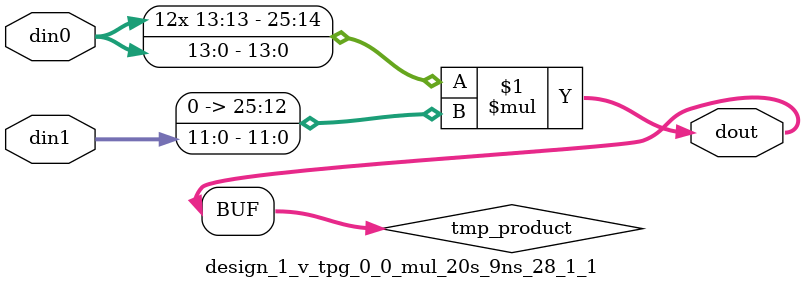
<source format=v>

`timescale 1 ns / 1 ps

  module design_1_v_tpg_0_0_mul_20s_9ns_28_1_1(din0, din1, dout);
parameter ID = 1;
parameter NUM_STAGE = 0;
parameter din0_WIDTH = 14;
parameter din1_WIDTH = 12;
parameter dout_WIDTH = 26;

input [din0_WIDTH - 1 : 0] din0; 
input [din1_WIDTH - 1 : 0] din1; 
output [dout_WIDTH - 1 : 0] dout;

wire signed [dout_WIDTH - 1 : 0] tmp_product;












assign tmp_product = $signed(din0) * $signed({1'b0, din1});









assign dout = tmp_product;







endmodule

</source>
